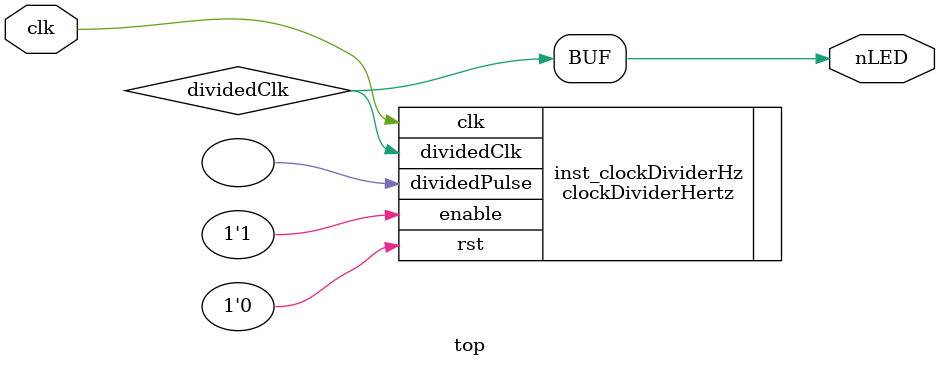
<source format=v>
`default_nettype none
`include "clockDividerHertz.v"

module top(
    input clk,
    output nLED
);

	wire dividedClk;
		
	clockDividerHertz #(
			.FREQUENCY(15)
		) inst_clockDividerHz (
			.clk        	(clk),
			.rst        	(1'b0),
			.enable     	(1'b1),
			.dividedClk 	(dividedClk),
			.dividedPulse	()
		);

	assign nLED = dividedClk;

endmodule


</source>
